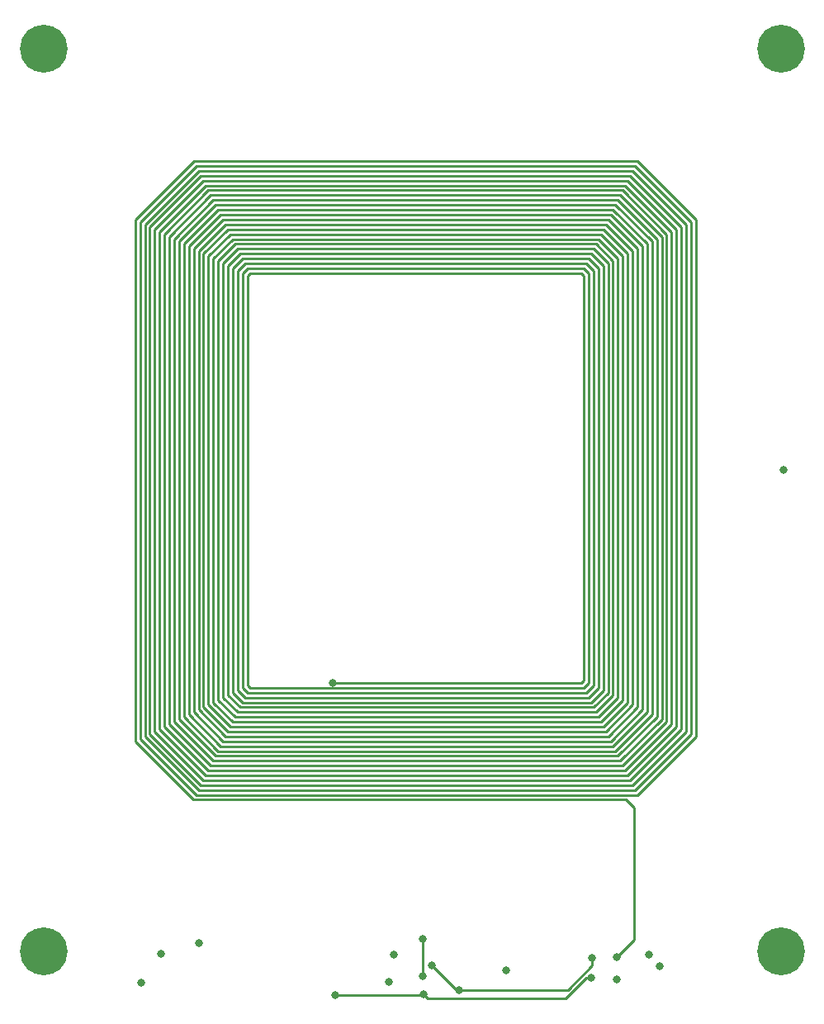
<source format=gbr>
%TF.GenerationSoftware,KiCad,Pcbnew,(5.1.10)-1*%
%TF.CreationDate,2022-11-16T11:33:55-08:00*%
%TF.ProjectId,XYFaces,58594661-6365-4732-9e6b-696361645f70,1.0*%
%TF.SameCoordinates,Original*%
%TF.FileFunction,Copper,L2,Inr*%
%TF.FilePolarity,Positive*%
%FSLAX46Y46*%
G04 Gerber Fmt 4.6, Leading zero omitted, Abs format (unit mm)*
G04 Created by KiCad (PCBNEW (5.1.10)-1) date 2022-11-16 11:33:55*
%MOMM*%
%LPD*%
G01*
G04 APERTURE LIST*
%TA.AperFunction,ComponentPad*%
%ADD10C,4.900000*%
%TD*%
%TA.AperFunction,ViaPad*%
%ADD11C,0.800000*%
%TD*%
%TA.AperFunction,Conductor*%
%ADD12C,0.250000*%
%TD*%
G04 APERTURE END LIST*
D10*
%TO.N,Net-(J5-Pad1)*%
%TO.C,J5*%
X172100000Y-136100000D03*
%TD*%
%TO.N,Net-(J4-Pad1)*%
%TO.C,J4*%
X172100000Y-43500000D03*
%TD*%
%TO.N,Net-(J3-Pad1)*%
%TO.C,J3*%
X96500000Y-136100000D03*
%TD*%
%TO.N,Net-(J2-Pad1)*%
%TO.C,J2*%
X96500000Y-43500000D03*
%TD*%
D11*
%TO.N,GND*%
X131900000Y-139200000D03*
X132400000Y-136400000D03*
X106500000Y-139300000D03*
X172400000Y-86700000D03*
X143900000Y-138000000D03*
%TO.N,VSOLAR*%
X159700000Y-137600000D03*
%TO.N,SDA*%
X135500000Y-140500000D03*
X126375000Y-140525000D03*
X152700000Y-138800000D03*
%TO.N,SCL*%
X139150000Y-140050000D03*
X136300000Y-137500000D03*
X152750000Y-136750000D03*
%TO.N,3V3*%
X135400000Y-138600000D03*
X135400000Y-134800000D03*
X158550000Y-136450000D03*
X112450000Y-135250000D03*
X108550000Y-136300000D03*
%TO.N,Net-(J1-Pad10)*%
X126150000Y-108550000D03*
X155250000Y-136650000D03*
X155285000Y-138965000D03*
%TD*%
D12*
%TO.N,SDA*%
X135899999Y-140899999D02*
X148700001Y-140899999D01*
X135500000Y-140500000D02*
X135899999Y-140899999D01*
X135475000Y-140525000D02*
X135500000Y-140500000D01*
X126375000Y-140525000D02*
X135475000Y-140525000D01*
X148700001Y-140899999D02*
X150036411Y-140899999D01*
X150036411Y-140899999D02*
X152136410Y-138800000D01*
X152136410Y-138800000D02*
X152700000Y-138800000D01*
X152700000Y-138800000D02*
X152700000Y-138800000D01*
%TO.N,SCL*%
X138850000Y-140050000D02*
X139150000Y-140050000D01*
X136300000Y-137500000D02*
X138850000Y-140050000D01*
X148450000Y-140050000D02*
X148050000Y-140050000D01*
X139150000Y-140050000D02*
X148050000Y-140050000D01*
X148450000Y-140050000D02*
X150250000Y-140050000D01*
X150250000Y-140050000D02*
X152750000Y-137550000D01*
X152750000Y-137550000D02*
X152750000Y-136750000D01*
X152750000Y-136750000D02*
X152750000Y-136750000D01*
%TO.N,3V3*%
X135400000Y-135500000D02*
X135400000Y-134800000D01*
X135400000Y-138600000D02*
X135400000Y-135500000D01*
%TO.N,Net-(J1-Pad10)*%
X126150000Y-108550000D02*
X126150000Y-108550000D01*
X126150000Y-108550000D02*
X126150000Y-108550000D01*
X126150000Y-108550000D02*
X126150000Y-108550000D01*
X163400000Y-61050000D02*
X157400000Y-55050000D01*
X157400000Y-120050000D02*
X163400000Y-114050000D01*
X156650000Y-56550000D02*
X112650000Y-56550000D01*
X107900000Y-113550000D02*
X112900000Y-118550000D01*
X107900000Y-62050000D02*
X107900000Y-113550000D01*
X161400000Y-113050000D02*
X161400000Y-62050000D01*
X113150000Y-57550000D02*
X108400000Y-62300000D01*
X156150000Y-57550000D02*
X113150000Y-57550000D01*
X160900000Y-62300000D02*
X156150000Y-57550000D01*
X155900000Y-117050000D02*
X160400000Y-112550000D01*
X113650000Y-117050000D02*
X155900000Y-117050000D01*
X109400000Y-112800000D02*
X113650000Y-117050000D01*
X109400000Y-62800000D02*
X109400000Y-112800000D01*
X113650000Y-58550000D02*
X109400000Y-62800000D01*
X155650000Y-58550000D02*
X113650000Y-58550000D01*
X159900000Y-62800000D02*
X155650000Y-58550000D01*
X159900000Y-112300000D02*
X159900000Y-62800000D01*
X155650000Y-116550000D02*
X159900000Y-112300000D01*
X113900000Y-116550000D02*
X155650000Y-116550000D01*
X160400000Y-112550000D02*
X160400000Y-62550000D01*
X109900000Y-112550000D02*
X113900000Y-116550000D01*
X162400000Y-113550000D02*
X162400000Y-61550000D01*
X116150000Y-112050000D02*
X153400000Y-112050000D01*
X107400000Y-61800000D02*
X107400000Y-113800000D01*
X155400000Y-59050000D02*
X113900000Y-59050000D01*
X157400000Y-55050000D02*
X111900000Y-55050000D01*
X154900000Y-65300000D02*
X153150000Y-63550000D01*
X156400000Y-118050000D02*
X161400000Y-113050000D01*
X156400000Y-64550000D02*
X153900000Y-62050000D01*
X161900000Y-113300000D02*
X161900000Y-61800000D01*
X116400000Y-111550000D02*
X153150000Y-111550000D01*
X162900000Y-61300000D02*
X157150000Y-55550000D01*
X154650000Y-60550000D02*
X114650000Y-60550000D01*
X114900000Y-110050000D02*
X116400000Y-111550000D01*
X114900000Y-65550000D02*
X114900000Y-110050000D01*
X116400000Y-64050000D02*
X114900000Y-65550000D01*
X152900000Y-64050000D02*
X116400000Y-64050000D01*
X154400000Y-65550000D02*
X152900000Y-64050000D01*
X152900000Y-111050000D02*
X154400000Y-109550000D01*
X156900000Y-119050000D02*
X162400000Y-113550000D01*
X153150000Y-63550000D02*
X116150000Y-63550000D01*
X159400000Y-63050000D02*
X155400000Y-59050000D01*
X116650000Y-111050000D02*
X152900000Y-111050000D01*
X107400000Y-113800000D02*
X112650000Y-119050000D01*
X153400000Y-112050000D02*
X155400000Y-110050000D01*
X106400000Y-61300000D02*
X106400000Y-114300000D01*
X158900000Y-111800000D02*
X158900000Y-63300000D01*
X115400000Y-109800000D02*
X116650000Y-111050000D01*
X115400000Y-65800000D02*
X115400000Y-109800000D01*
X116650000Y-64550000D02*
X115400000Y-65800000D01*
X152650000Y-64550000D02*
X116650000Y-64550000D01*
X153900000Y-65800000D02*
X152650000Y-64550000D01*
X152650000Y-110550000D02*
X153900000Y-109300000D01*
X116900000Y-110550000D02*
X152650000Y-110550000D01*
X115900000Y-109550000D02*
X116900000Y-110550000D01*
X154400000Y-109550000D02*
X154400000Y-65550000D01*
X108400000Y-113300000D02*
X113150000Y-118050000D01*
X115900000Y-66050000D02*
X115900000Y-109550000D01*
X161900000Y-61800000D02*
X156650000Y-56550000D01*
X154150000Y-113550000D02*
X156900000Y-110800000D01*
X116900000Y-65050000D02*
X115900000Y-66050000D01*
X163400000Y-114050000D02*
X163400000Y-61050000D01*
X151900000Y-66050000D02*
X117400000Y-66050000D01*
X156900000Y-56050000D02*
X112400000Y-56050000D01*
X153150000Y-111550000D02*
X154900000Y-109800000D01*
X157150000Y-55550000D02*
X112150000Y-55550000D01*
X155150000Y-59550000D02*
X114150000Y-59550000D01*
X152400000Y-66550000D02*
X151900000Y-66050000D01*
X152400000Y-108550000D02*
X152400000Y-66550000D01*
X112150000Y-120050000D02*
X157400000Y-120050000D01*
X155400000Y-110050000D02*
X155400000Y-65050000D01*
X157150000Y-119550000D02*
X162900000Y-113800000D01*
X158400000Y-63550000D02*
X154900000Y-60050000D01*
X153400000Y-66050000D02*
X152400000Y-65050000D01*
X117650000Y-109050000D02*
X151900000Y-109050000D01*
X156650000Y-118550000D02*
X161900000Y-113300000D01*
X114400000Y-110300000D02*
X116150000Y-112050000D01*
X157900000Y-63800000D02*
X154650000Y-60550000D01*
X151900000Y-66800000D02*
X151650000Y-66550000D01*
X116900000Y-66550000D02*
X116900000Y-109050000D01*
X112650000Y-119050000D02*
X156900000Y-119050000D01*
X114400000Y-65300000D02*
X114400000Y-110300000D01*
X111900000Y-55050000D02*
X105900000Y-61050000D01*
X113900000Y-59050000D02*
X109900000Y-63050000D01*
X117650000Y-66550000D02*
X117400000Y-66800000D01*
X106400000Y-114300000D02*
X112150000Y-120050000D01*
X151900000Y-109050000D02*
X152400000Y-108550000D01*
X116400000Y-66300000D02*
X116400000Y-109300000D01*
X151650000Y-66550000D02*
X117650000Y-66550000D01*
X117400000Y-66050000D02*
X116900000Y-66550000D01*
X151650000Y-108550000D02*
X151900000Y-108300000D01*
X117400000Y-108800000D02*
X117650000Y-109050000D01*
X117400000Y-66800000D02*
X117400000Y-108800000D01*
X117400000Y-109550000D02*
X152150000Y-109550000D01*
X126150000Y-108550000D02*
X151650000Y-108550000D01*
X116900000Y-109050000D02*
X117400000Y-109550000D01*
X106900000Y-61550000D02*
X106900000Y-114050000D01*
X152150000Y-109550000D02*
X152900000Y-108800000D01*
X106900000Y-114050000D02*
X112400000Y-119550000D01*
X151900000Y-108300000D02*
X151900000Y-66800000D01*
X117150000Y-65550000D02*
X116400000Y-66300000D01*
X162900000Y-113800000D02*
X162900000Y-61300000D01*
X154900000Y-109800000D02*
X154900000Y-65300000D01*
X153650000Y-112550000D02*
X155900000Y-110300000D01*
X162400000Y-61550000D02*
X156900000Y-56050000D01*
X153900000Y-113050000D02*
X156400000Y-110550000D01*
X152900000Y-108800000D02*
X152900000Y-66300000D01*
X152900000Y-66300000D02*
X152150000Y-65550000D01*
X152150000Y-65550000D02*
X117150000Y-65550000D01*
X153900000Y-109300000D02*
X153900000Y-65800000D01*
X112650000Y-56550000D02*
X107400000Y-61800000D01*
X116400000Y-109300000D02*
X117150000Y-110050000D01*
X161400000Y-62050000D02*
X156400000Y-57050000D01*
X112900000Y-64550000D02*
X112900000Y-111050000D01*
X117150000Y-110050000D02*
X152400000Y-110050000D01*
X152400000Y-110050000D02*
X153400000Y-109050000D01*
X153400000Y-109050000D02*
X153400000Y-66050000D01*
X105900000Y-114550000D02*
X111675000Y-120325000D01*
X116150000Y-63550000D02*
X114400000Y-65300000D01*
X115400000Y-62050000D02*
X112900000Y-64550000D01*
X152400000Y-65050000D02*
X116900000Y-65050000D01*
X105900000Y-61050000D02*
X105900000Y-114550000D01*
X155400000Y-65050000D02*
X153400000Y-63050000D01*
X108400000Y-62300000D02*
X108400000Y-113300000D01*
X158400000Y-111550000D02*
X158400000Y-63550000D01*
X112400000Y-119550000D02*
X157150000Y-119550000D01*
X153400000Y-63050000D02*
X115900000Y-63050000D01*
X112150000Y-55550000D02*
X106400000Y-61300000D01*
X114400000Y-115550000D02*
X155150000Y-115550000D01*
X115900000Y-63050000D02*
X113900000Y-65050000D01*
X112900000Y-57050000D02*
X107900000Y-62050000D01*
X157400000Y-111050000D02*
X157400000Y-64050000D01*
X113900000Y-65050000D02*
X113900000Y-110550000D01*
X156400000Y-57050000D02*
X112900000Y-57050000D01*
X110400000Y-63300000D02*
X110400000Y-112300000D01*
X113150000Y-118050000D02*
X156400000Y-118050000D01*
X113900000Y-110550000D02*
X115900000Y-112550000D01*
X112900000Y-118550000D02*
X156650000Y-118550000D01*
X155400000Y-116050000D02*
X159400000Y-112050000D01*
X115900000Y-112550000D02*
X153650000Y-112550000D01*
X112400000Y-56050000D02*
X106900000Y-61550000D01*
X154400000Y-61050000D02*
X114900000Y-61050000D01*
X155900000Y-110300000D02*
X155900000Y-64800000D01*
X113400000Y-58050000D02*
X108900000Y-62550000D01*
X155900000Y-64800000D02*
X153650000Y-62550000D01*
X113400000Y-117550000D02*
X156150000Y-117550000D01*
X153650000Y-62550000D02*
X115650000Y-62550000D01*
X115650000Y-62550000D02*
X113400000Y-64800000D01*
X113400000Y-64800000D02*
X113400000Y-110800000D01*
X113400000Y-110800000D02*
X115650000Y-113050000D01*
X115650000Y-113050000D02*
X153900000Y-113050000D01*
X156400000Y-110550000D02*
X156400000Y-64550000D01*
X153900000Y-62050000D02*
X115400000Y-62050000D01*
X112900000Y-111050000D02*
X115400000Y-113550000D01*
X115400000Y-113550000D02*
X154150000Y-113550000D01*
X156900000Y-110800000D02*
X156900000Y-64300000D01*
X156900000Y-64300000D02*
X154150000Y-61550000D01*
X154150000Y-61550000D02*
X115150000Y-61550000D01*
X108900000Y-113050000D02*
X113400000Y-117550000D01*
X115150000Y-61550000D02*
X112400000Y-64300000D01*
X112400000Y-64300000D02*
X112400000Y-111300000D01*
X160900000Y-112800000D02*
X160900000Y-62300000D01*
X112400000Y-111300000D02*
X115150000Y-114050000D01*
X115150000Y-114050000D02*
X154400000Y-114050000D01*
X154400000Y-114050000D02*
X157400000Y-111050000D01*
X157400000Y-64050000D02*
X154400000Y-61050000D01*
X114900000Y-61050000D02*
X111900000Y-64050000D01*
X111900000Y-64050000D02*
X111900000Y-111550000D01*
X111900000Y-111550000D02*
X114900000Y-114550000D01*
X114900000Y-114550000D02*
X154650000Y-114550000D01*
X154650000Y-114550000D02*
X157900000Y-111300000D01*
X157900000Y-111300000D02*
X157900000Y-63800000D01*
X114650000Y-60550000D02*
X111400000Y-63800000D01*
X111400000Y-63800000D02*
X111400000Y-111800000D01*
X156150000Y-117550000D02*
X160900000Y-112800000D01*
X111400000Y-111800000D02*
X114650000Y-115050000D01*
X114650000Y-115050000D02*
X154900000Y-115050000D01*
X154900000Y-115050000D02*
X158400000Y-111550000D01*
X154900000Y-60050000D02*
X114400000Y-60050000D01*
X114400000Y-60050000D02*
X110900000Y-63550000D01*
X110900000Y-63550000D02*
X110900000Y-112050000D01*
X110900000Y-112050000D02*
X114400000Y-115550000D01*
X160400000Y-62550000D02*
X155900000Y-58050000D01*
X155150000Y-115550000D02*
X158900000Y-111800000D01*
X158900000Y-63300000D02*
X155150000Y-59550000D01*
X108900000Y-62550000D02*
X108900000Y-113050000D01*
X114150000Y-59550000D02*
X110400000Y-63300000D01*
X110400000Y-112300000D02*
X114150000Y-116050000D01*
X114150000Y-116050000D02*
X155400000Y-116050000D01*
X159400000Y-112050000D02*
X159400000Y-63050000D01*
X155900000Y-58050000D02*
X113400000Y-58050000D01*
X109900000Y-63050000D02*
X109900000Y-112550000D01*
X111675000Y-120325000D02*
X111750000Y-120400000D01*
X111750000Y-120400000D02*
X111850000Y-120500000D01*
X111963590Y-120500000D02*
X111963600Y-120500010D01*
X111850000Y-120500000D02*
X111963590Y-120500000D01*
X111963600Y-120500010D02*
X156200010Y-120500010D01*
X156200010Y-120500010D02*
X157050000Y-121350000D01*
X157050000Y-121350000D02*
X157050000Y-134850000D01*
X157050000Y-134850000D02*
X155250000Y-136650000D01*
X155250000Y-136650000D02*
X155250000Y-136650000D01*
%TD*%
M02*

</source>
